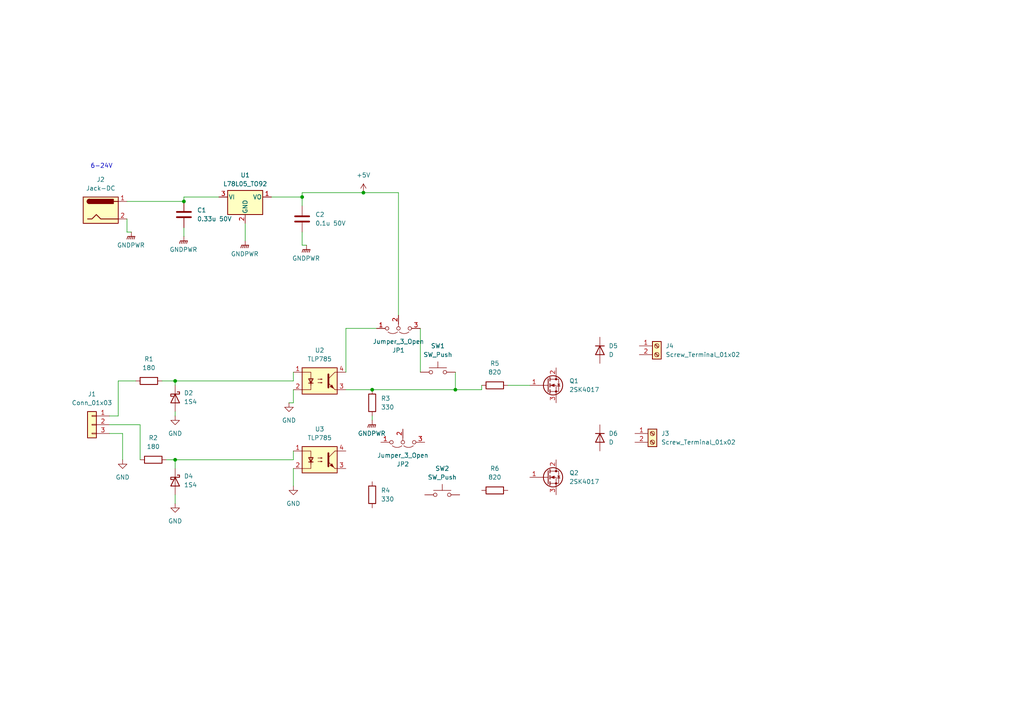
<source format=kicad_sch>
(kicad_sch (version 20250114) (generator "eeschema") (generator_version "9.0")
  (paper "A4")
  (title_block (title "週10で松屋 SOLDR基板") (date "2025-11-04") (rev "1.0"))
  (lib_symbols
    (symbol "Connector:Jack-DC" (pin_names (offset 1.016))
      (property "Reference" "J" (at 0 5.334 0))
      (property "Value" "Jack-DC" (at 0 -5.08 0))
      (symbol "Jack-DC_0_1"
        (rectangle (start -5.08 3.81) (end 5.08 -3.81) (stroke (width 0.254)) (fill (type background)))
        (polyline (pts (xy -3.81 -2.54) (xy -2.54 -2.54) (xy -1.27 -1.27) (xy 0 -2.54) (xy 2.54 -2.54) (xy 5.08 -2.54)) (stroke (width 0.254)))
        (arc (start -3.302 1.905) (mid -3.9343 2.54) (end -3.302 3.175) (stroke (width 0.254)))
        (arc (start -3.302 1.905) (mid -3.9343 2.54) (end -3.302 3.175) (stroke (width 0.254)) (fill (type outline)))
        (rectangle (start 3.683 3.175) (end -3.302 1.905) (stroke (width 0.254)) (fill (type outline)))
        (polyline (pts (xy 5.08 2.54) (xy 3.81 2.54)) (stroke (width 0.254)))
      )
      (symbol "Jack-DC_1_1"
        (pin passive line (at 7.62 2.54 180) (length 2.54) (name "~") (number "1"))
        (pin passive line (at 7.62 -2.54 180) (length 2.54) (name "~") (number "2"))
      )
    )
    (symbol "Connector:Screw_Terminal_01x02" (pin_names (offset 1.016) (hide yes))
      (property "Reference" "J" (at 0 2.54 0))
      (property "Value" "Screw_Terminal_01x02" (at 0 -5.08 0))
      (symbol "Screw_Terminal_01x02_1_1"
        (rectangle (start -1.27 1.27) (end 1.27 -3.81) (stroke (width 0.254)) (fill (type background)))
        (polyline (pts (xy -0.5334 0.3302) (xy 0.3302 -0.508)) (stroke (width 0.1524)))
        (polyline (pts (xy -0.5334 -2.2098) (xy 0.3302 -3.048)) (stroke (width 0.1524)))
        (polyline (pts (xy -0.3556 0.508) (xy 0.508 -0.3302)) (stroke (width 0.1524)))
        (polyline (pts (xy -0.3556 -2.032) (xy 0.508 -2.8702)) (stroke (width 0.1524)))
        (circle (center 0 0) (radius 0.635) (stroke (width 0.1524)))
        (circle (center 0 -2.54) (radius 0.635) (stroke (width 0.1524)))
        (pin passive line (at -5.08 0 0) (length 3.81) (name "Pin_1") (number "1"))
        (pin passive line (at -5.08 -2.54 0) (length 3.81) (name "Pin_2") (number "2"))
      )
    )
    (symbol "Connector_Generic:Conn_01x03" (pin_names (offset 1.016) (hide yes))
      (property "Reference" "J" (at 0 5.08 0))
      (property "Value" "Conn_01x03" (at 0 -5.08 0))
      (symbol "Conn_01x03_1_1"
        (rectangle (start -1.27 3.81) (end 1.27 -3.81) (stroke (width 0.254)) (fill (type background)))
        (rectangle (start -1.27 2.667) (end 0 2.413) (stroke (width 0.1524)))
        (rectangle (start -1.27 0.127) (end 0 -0.127) (stroke (width 0.1524)))
        (rectangle (start -1.27 -2.413) (end 0 -2.667) (stroke (width 0.1524)))
        (pin passive line (at -5.08 2.54 0) (length 3.81) (name "Pin_1") (number "1"))
        (pin passive line (at -5.08 0 0) (length 3.81) (name "Pin_2") (number "2"))
        (pin passive line (at -5.08 -2.54 0) (length 3.81) (name "Pin_3") (number "3"))
      )
    )
    (symbol "Device:C" (pin_numbers (hide yes)) (pin_names (offset 0.254))
      (property "Reference" "C" (at 0.635 2.54 0))
      (property "Value" "C" (at 0.635 -2.54 0))
      (symbol "C_0_1"
        (polyline (pts (xy -2.032 0.762) (xy 2.032 0.762)) (stroke (width 0.508)))
        (polyline (pts (xy -2.032 -0.762) (xy 2.032 -0.762)) (stroke (width 0.508)))
      )
      (symbol "C_1_1"
        (pin passive line (at 0 3.81 270) (length 2.794) (name "~") (number "1"))
        (pin passive line (at 0 -3.81 90) (length 2.794) (name "~") (number "2"))
      )
    )
    (symbol "Device:D" (pin_numbers (hide yes)) (pin_names (offset 1.016) (hide yes))
      (property "Reference" "D" (at 0 2.54 0))
      (property "Value" "D" (at 0 -2.54 0))
      (symbol "D_0_1"
        (polyline (pts (xy -1.27 1.27) (xy -1.27 -1.27)) (stroke (width 0.254)))
        (polyline (pts (xy 1.27 1.27) (xy 1.27 -1.27) (xy -1.27 0) (xy 1.27 1.27)) (stroke (width 0.254)))
        (polyline (pts (xy 1.27 0) (xy -1.27 0)))
      )
      (symbol "D_1_1"
        (pin passive line (at -3.81 0 0) (length 2.54) (name "K") (number "1"))
        (pin passive line (at 3.81 0 180) (length 2.54) (name "A") (number "2"))
      )
    )
    (symbol "Device:D_Schottky" (pin_numbers (hide yes)) (pin_names (offset 1.016) (hide yes))
      (property "Reference" "D" (at 0 2.54 0))
      (property "Value" "D_Schottky" (at 0 -2.54 0))
      (symbol "D_Schottky_0_1"
        (polyline (pts (xy -1.905 0.635) (xy -1.905 1.27) (xy -1.27 1.27) (xy -1.27 -1.27) (xy -0.635 -1.27) (xy -0.635 -0.635)) (stroke (width 0.254)))
        (polyline (pts (xy 1.27 1.27) (xy 1.27 -1.27) (xy -1.27 0) (xy 1.27 1.27)) (stroke (width 0.254)))
        (polyline (pts (xy 1.27 0) (xy -1.27 0)))
      )
      (symbol "D_Schottky_1_1"
        (pin passive line (at -3.81 0 0) (length 2.54) (name "K") (number "1"))
        (pin passive line (at 3.81 0 180) (length 2.54) (name "A") (number "2"))
      )
    )
    (symbol "Device:R" (pin_numbers (hide yes)) (pin_names (offset 0))
      (property "Reference" "R" (at 2.032 0 90))
      (property "Value" "R" (at 0 0 90))
      (symbol "R_0_1"
        (rectangle (start -1.016 -2.54) (end 1.016 2.54) (stroke (width 0.254)))
      )
      (symbol "R_1_1"
        (pin passive line (at 0 3.81 270) (length 1.27) (name "~") (number "1"))
        (pin passive line (at 0 -3.81 90) (length 1.27) (name "~") (number "2"))
      )
    )
    (symbol "Isolator:TLP785" (pin_names (offset 1.016))
      (property "Reference" "U" (at -5.08 5.08 0))
      (property "Value" "TLP785" (at 0 5.08 0))
      (symbol "TLP785_0_1"
        (rectangle (start -5.08 3.81) (end 5.08 -3.81) (stroke (width 0.254)) (fill (type background)))
        (polyline (pts (xy -5.08 2.54) (xy -2.54 2.54) (xy -2.54 -1.27) (xy -2.54 0.635)))
        (polyline (pts (xy -3.175 -0.635) (xy -1.905 -0.635)) (stroke (width 0.254)))
        (polyline (pts (xy -2.54 -0.635) (xy -2.54 -2.54) (xy -5.08 -2.54)))
        (polyline (pts (xy -2.54 -0.635) (xy -3.175 0.635) (xy -1.905 0.635) (xy -2.54 -0.635)) (stroke (width 0.254)))
        (polyline (pts (xy -0.508 0.508) (xy 0.762 0.508) (xy 0.381 0.381) (xy 0.381 0.635) (xy 0.762 0.508)))
        (polyline (pts (xy -0.508 -0.508) (xy 0.762 -0.508) (xy 0.381 -0.635) (xy 0.381 -0.381) (xy 0.762 -0.508)))
        (polyline (pts (xy 2.54 1.905) (xy 2.54 -1.905)) (stroke (width 0.508)))
        (polyline (pts (xy 2.54 0.635) (xy 4.445 2.54)))
        (polyline (pts (xy 3.048 -1.651) (xy 3.556 -1.143) (xy 4.064 -2.159) (xy 3.048 -1.651)) (fill (type outline)))
        (polyline (pts (xy 4.445 2.54) (xy 5.08 2.54)))
        (polyline (pts (xy 4.445 -2.54) (xy 2.54 -0.635)) (fill (type outline)))
        (polyline (pts (xy 4.445 -2.54) (xy 5.08 -2.54)))
      )
      (symbol "TLP785_1_1"
        (pin passive line (at -7.62 2.54 0) (length 2.54) (name "~") (number "1"))
        (pin passive line (at -7.62 -2.54 0) (length 2.54) (name "~") (number "2"))
        (pin passive line (at 7.62 2.54 180) (length 2.54) (name "~") (number "4"))
        (pin passive line (at 7.62 -2.54 180) (length 2.54) (name "~") (number "3"))
      )
    )
    (symbol "Jumper:Jumper_3_Open" (pin_names (offset 0) (hide yes)) (in_bom no)
      (property "Reference" "JP" (at -2.54 -2.54 0))
      (property "Value" "Jumper_3_Open" (at 0 2.794 0))
      (symbol "Jumper_3_Open_0_0"
        (circle (center -3.302 0) (radius 0.508))
        (circle (center 0 0) (radius 0.508))
        (circle (center 3.302 0) (radius 0.508))
      )
      (symbol "Jumper_3_Open_0_1"
        (arc (start -3.048 1.016) (mid -1.651 1.4992) (end -0.254 1.016))
        (polyline (pts (xy 0 -0.508) (xy 0 -1.27)))
        (arc (start 0.254 1.016) (mid 1.651 1.4992) (end 3.048 1.016))
      )
      (symbol "Jumper_3_Open_1_1"
        (pin passive line (at -6.35 0 0) (length 2.54) (name "A") (number "1"))
        (pin passive line (at 0 -3.81 90) (length 2.54) (name "C") (number "2"))
        (pin passive line (at 6.35 0 180) (length 2.54) (name "B") (number "3"))
      )
    )
    (symbol "Regulator_Linear:L78L05_TO92" (pin_names (offset 0.254))
      (property "Reference" "U" (at -3.81 3.175 0))
      (property "Value" "L78L05_TO92" (at 0 3.175 0))
      (symbol "L78L05_TO92_0_1"
        (rectangle (start -5.08 -5.08) (end 5.08 1.905) (stroke (width 0.254)) (fill (type background)))
      )
      (symbol "L78L05_TO92_1_1"
        (pin power_in line (at -7.62 0 0) (length 2.54) (name "VI") (number "3"))
        (pin power_in line (at 0 -7.62 90) (length 2.54) (name "GND") (number "2"))
        (pin power_out line (at 7.62 0 180) (length 2.54) (name "VO") (number "1"))
      )
    )
    (symbol "Switch:SW_Push" (pin_numbers (hide yes)) (pin_names (offset 1.016) (hide yes))
      (property "Reference" "SW" (at 1.27 2.54 0))
      (property "Value" "SW_Push" (at 0 -1.524 0))
      (symbol "SW_Push_0_1"
        (circle (center -2.032 0) (radius 0.508))
        (polyline (pts (xy 0 1.27) (xy 0 3.048)))
        (circle (center 2.032 0) (radius 0.508))
        (polyline (pts (xy 2.54 1.27) (xy -2.54 1.27)))
        (pin passive line (at -5.08 0 0) (length 2.54) (name "1") (number "1"))
        (pin passive line (at 5.08 0 180) (length 2.54) (name "2") (number "2"))
      )
    )
    (symbol "Transistor_FET:Q_NMOS_GDS" (pin_names (offset 0) (hide yes))
      (property "Reference" "Q" (at 5.08 1.905 0))
      (property "Value" "Q_NMOS_GDS" (at 5.08 0 0))
      (symbol "Q_NMOS_GDS_0_1"
        (polyline (pts (xy 0.254 1.905) (xy 0.254 -1.905)) (stroke (width 0.254)))
        (polyline (pts (xy 0.254 0) (xy -2.54 0)))
        (polyline (pts (xy 0.762 2.286) (xy 0.762 1.27)) (stroke (width 0.254)))
        (polyline (pts (xy 0.762 0.508) (xy 0.762 -0.508)) (stroke (width 0.254)))
        (polyline (pts (xy 0.762 -1.27) (xy 0.762 -2.286)) (stroke (width 0.254)))
        (polyline (pts (xy 0.762 -1.778) (xy 3.302 -1.778) (xy 3.302 1.778) (xy 0.762 1.778)))
        (polyline (pts (xy 1.016 0) (xy 2.032 0.381) (xy 2.032 -0.381) (xy 1.016 0)) (fill (type outline)))
        (circle (center 1.651 0) (radius 2.794) (stroke (width 0.254)))
        (polyline (pts (xy 2.54 2.54) (xy 2.54 1.778)))
        (circle (center 2.54 1.778) (radius 0.254) (fill (type outline)))
        (circle (center 2.54 -1.778) (radius 0.254) (fill (type outline)))
        (polyline (pts (xy 2.54 -2.54) (xy 2.54 0) (xy 0.762 0)))
        (polyline (pts (xy 2.921 0.381) (xy 3.683 0.381)))
        (polyline (pts (xy 3.302 0.381) (xy 2.921 -0.254) (xy 3.683 -0.254) (xy 3.302 0.381)))
      )
      (symbol "Q_NMOS_GDS_1_1"
        (pin input line (at -5.08 0 0) (length 2.54) (name "G") (number "1"))
        (pin passive line (at 2.54 5.08 270) (length 2.54) (name "D") (number "2"))
        (pin passive line (at 2.54 -5.08 90) (length 2.54) (name "S") (number "3"))
      )
    )
    (symbol "power:+5V" (power) (pin_numbers (hide yes)) (pin_names (offset 0) (hide yes))
      (property "Value" "+5V" (at 0 3.556 0))
      (symbol "+5V_0_1"
        (polyline (pts (xy -0.762 1.27) (xy 0 2.54)))
        (polyline (pts (xy 0 2.54) (xy 0.762 1.27)))
        (polyline (pts (xy 0 0) (xy 0 2.54)))
      )
      (symbol "+5V_1_1"
        (pin power_in line (at 0 0 90) (length 0) (name "~") (number "1"))
      )
    )
    (symbol "power:GND" (power) (pin_numbers (hide yes)) (pin_names (offset 0) (hide yes))
      (property "Value" "GND" (at 0 -3.81 0))
      (symbol "GND_0_1"
        (polyline (pts (xy 0 0) (xy 0 -1.27) (xy 1.27 -1.27) (xy 0 -2.54) (xy -1.27 -1.27) (xy 0 -1.27)))
      )
      (symbol "GND_1_1"
        (pin power_in line (at 0 0 270) (length 0) (name "~") (number "1"))
      )
    )
    (symbol "power:GNDPWR" (power) (pin_numbers (hide yes)) (pin_names (offset 0) (hide yes))
      (property "Value" "GNDPWR" (at 0 -3.302 0))
      (symbol "GNDPWR_0_1"
        (polyline (pts (xy -1.016 -1.27) (xy -1.27 -2.032) (xy -1.27 -2.032)) (stroke (width 0.2032)))
        (polyline (pts (xy -0.508 -1.27) (xy -0.762 -2.032) (xy -0.762 -2.032)) (stroke (width 0.2032)))
        (polyline (pts (xy 0 -1.27) (xy 0 0)))
        (polyline (pts (xy 0 -1.27) (xy -0.254 -2.032) (xy -0.254 -2.032)) (stroke (width 0.2032)))
        (polyline (pts (xy 0.508 -1.27) (xy 0.254 -2.032) (xy 0.254 -2.032)) (stroke (width 0.2032)))
        (polyline (pts (xy 1.016 -1.27) (xy -1.016 -1.27) (xy -1.016 -1.27)) (stroke (width 0.2032)))
        (polyline (pts (xy 1.016 -1.27) (xy 0.762 -2.032) (xy 0.762 -2.032) (xy 0.762 -2.032)) (stroke (width 0.2032)))
      )
      (symbol "GNDPWR_1_1"
        (pin power_in line (at 0 0 270) (length 0) (name "~") (number "1"))
      )
    )
  )
  (text "6-24V" (at 29.464 48.26 0) (effects (font (size 1.27 1.27))))
  (junction (at 50.8 133.35))
  (junction (at 50.8 110.49))
  (junction (at 53.34 58.42))
  (junction (at 132.08 113.03))
  (junction (at 105.41 55.88))
  (junction (at 107.95 113.03))
  (junction (at 87.63 57.15))
  (wire (pts (xy 85.09 135.89) (xy 85.09 140.97)))
  (wire (pts (xy 87.63 67.31) (xy 87.63 71.12)))
  (wire (pts (xy 36.83 58.42) (xy 53.34 58.42)))
  (wire (pts (xy 36.83 67.31) (xy 38.1 67.31)))
  (wire (pts (xy 107.95 120.65) (xy 107.95 121.92)))
  (wire (pts (xy 100.33 113.03) (xy 107.95 113.03)))
  (wire (pts (xy 50.8 110.49) (xy 85.09 110.49)))
  (wire (pts (xy 50.8 143.51) (xy 50.8 146.05)))
  (wire (pts (xy 115.57 55.88) (xy 105.41 55.88)))
  (wire (pts (xy 34.29 110.49) (xy 39.37 110.49)))
  (wire (pts (xy 132.08 107.95) (xy 132.08 113.03)))
  (wire (pts (xy 107.95 113.03) (xy 132.08 113.03)))
  (wire (pts (xy 36.83 63.5) (xy 36.83 67.31)))
  (wire (pts (xy 87.63 71.12) (xy 88.9 71.12)))
  (wire (pts (xy 34.29 120.65) (xy 34.29 110.49)))
  (wire (pts (xy 139.7 113.03) (xy 139.7 111.76)))
  (wire (pts (xy 46.99 110.49) (xy 50.8 110.49)))
  (wire (pts (xy 35.56 125.73) (xy 35.56 133.35)))
  (wire (pts (xy 147.32 111.76) (xy 153.67 111.76)))
  (wire (pts (xy 132.08 113.03) (xy 139.7 113.03)))
  (wire (pts (xy 85.09 113.03) (xy 85.09 116.84)))
  (wire (pts (xy 105.41 55.88) (xy 87.63 55.88)))
  (wire (pts (xy 71.12 64.77) (xy 71.12 69.85)))
  (wire (pts (xy 40.64 123.19) (xy 40.64 133.35)))
  (wire (pts (xy 109.22 95.25) (xy 100.33 95.25)))
  (wire (pts (xy 50.8 110.49) (xy 50.8 111.76)))
  (wire (pts (xy 100.33 95.25) (xy 100.33 107.95)))
  (wire (pts (xy 85.09 110.49) (xy 85.09 107.95)))
  (wire (pts (xy 53.34 66.04) (xy 53.34 68.58)))
  (wire (pts (xy 50.8 133.35) (xy 85.09 133.35)))
  (wire (pts (xy 31.75 125.73) (xy 35.56 125.73)))
  (wire (pts (xy 115.57 91.44) (xy 115.57 55.88)))
  (wire (pts (xy 63.5 57.15) (xy 53.34 57.15)))
  (wire (pts (xy 121.92 95.25) (xy 121.92 107.95)))
  (wire (pts (xy 31.75 120.65) (xy 34.29 120.65)))
  (wire (pts (xy 50.8 119.38) (xy 50.8 120.65)))
  (wire (pts (xy 50.8 133.35) (xy 50.8 135.89)))
  (wire (pts (xy 53.34 57.15) (xy 53.34 58.42)))
  (wire (pts (xy 48.26 133.35) (xy 50.8 133.35)))
  (wire (pts (xy 85.09 133.35) (xy 85.09 130.81)))
  (wire (pts (xy 87.63 57.15) (xy 87.63 59.69)))
  (wire (pts (xy 87.63 55.88) (xy 87.63 57.15)))
  (wire (pts (xy 85.09 116.84) (xy 83.82 116.84)))
  (wire (pts (xy 78.74 57.15) (xy 87.63 57.15)))
  (wire (pts (xy 31.75 123.19) (xy 40.64 123.19)))
  (symbol (lib_id "power:GNDPWR") (at 88.9 71.12 0) (unit 1)
    (property "Reference" "#PWR09" (effects (hide yes)))
    (property "Value" "GNDPWR" (at 88.773 74.93 0))
    (property "Description" "Power symbol creates a global label with name \"GNDPWR\" , global ground" (effects (hide yes)))
  )
  (symbol (lib_id "power:GNDPWR") (at 38.1 67.31 0) (unit 1)
    (property "Reference" "#PWR08" (effects (hide yes)))
    (property "Value" "GNDPWR" (at 37.973 71.12 0))
    (property "Description" "Power symbol creates a global label with name \"GNDPWR\" , global ground" (effects (hide yes)))
  )
  (symbol (lib_id "Device:D") (at 173.99 101.6 270) (unit 1)
    (property "Reference" "D5" (at 176.53 100.3299 90) (effects (justify left)))
    (property "Value" "D" (at 176.53 102.8699 90) (effects (justify left)))
    (property "Description" "Diode" (effects (hide yes)))
    (property "Sim.Device" "D" (effects (hide yes)))
    (property "Sim.Pins" "1=K 2=A" (effects (hide yes)))
  )
  (symbol (lib_id "Connector:Jack-DC") (at 29.21 60.96 0) (unit 1)
    (property "Reference" "J2" (at 29.21 52.07 0))
    (property "Value" "Jack-DC" (at 29.21 54.61 0))
    (property "Description" "DC Barrel Jack" (effects (hide yes)))
  )
  (symbol (lib_id "Device:D_Schottky") (at 50.8 139.7 270) (unit 1)
    (property "Reference" "D4" (at 53.34 138.1124 90) (effects (justify left)))
    (property "Value" "1S4" (at 53.34 140.6524 90) (effects (justify left)))
    (property "Description" "Schottky diode" (effects (hide yes)))
  )
  (symbol (lib_id "power:GND") (at 83.82 116.84 0) (unit 1)
    (property "Reference" "#PWR03" (effects (hide yes)))
    (property "Value" "GND" (at 83.82 121.92 0))
    (property "Description" "Power symbol creates a global label with name \"GND\" , ground" (effects (hide yes)))
  )
  (symbol (lib_id "Device:C") (at 53.34 62.23 0) (unit 1)
    (property "Reference" "C1" (at 57.15 60.9599 0) (effects (justify left)))
    (property "Value" "0.33u 50V" (at 57.15 63.4999 0) (effects (justify left)))
    (property "Description" "Unpolarized capacitor" (effects (hide yes)))
  )
  (symbol (lib_id "Regulator_Linear:L78L05_TO92") (at 71.12 57.15 0) (unit 1)
    (property "Reference" "U1" (at 71.12 50.8 0))
    (property "Value" "L78L05_TO92" (at 71.12 53.34 0))
    (property "Footprint" "Package_TO_SOT_THT:TO-92_Inline" (effects (hide yes)))
    (property "Datasheet" "http://www.st.com/content/ccc/resource/technical/document/datasheet/15/55/e5/aa/23/5b/43/fd/CD00000446.pdf/files/CD00000446.pdf/jcr:content/translations/en.CD00000446.pdf" (effects (hide yes)))
    (property "Description" "Positive 100mA 30V Linear Regulator, Fixed Output 5V, TO-92" (effects (hide yes)))
  )
  (symbol (lib_id "Device:R") (at 43.18 110.49 90) (unit 1)
    (property "Reference" "R1" (at 43.18 104.14 90))
    (property "Value" "180" (at 43.18 106.68 90))
    (property "Description" "Resistor" (effects (hide yes)))
  )
  (symbol (lib_id "power:GND") (at 50.8 120.65 0) (unit 1)
    (property "Reference" "#PWR01" (effects (hide yes)))
    (property "Value" "GND" (at 50.8 125.73 0))
    (property "Description" "Power symbol creates a global label with name \"GND\" , ground" (effects (hide yes)))
  )
  (symbol (lib_id "Device:D") (at 173.99 127 270) (unit 1)
    (property "Reference" "D6" (at 176.53 125.7299 90) (effects (justify left)))
    (property "Value" "D" (at 176.53 128.2699 90) (effects (justify left)))
    (property "Description" "Diode" (effects (hide yes)))
    (property "Sim.Device" "D" (effects (hide yes)))
    (property "Sim.Pins" "1=K 2=A" (effects (hide yes)))
  )
  (symbol (lib_id "Device:C") (at 87.63 63.5 0) (unit 1)
    (property "Reference" "C2" (at 91.44 62.2299 0) (effects (justify left)))
    (property "Value" "0.1u 50V" (at 91.44 64.7699 0) (effects (justify left)))
    (property "Description" "Unpolarized capacitor" (effects (hide yes)))
  )
  (symbol (lib_id "Switch:SW_Push") (at 127 107.95 0) (unit 1)
    (property "Reference" "SW1" (at 127 100.33 0))
    (property "Value" "SW_Push" (at 127 102.87 0))
    (property "Description" "Push button switch, generic, two pins" (effects (hide yes)))
  )
  (symbol (lib_id "power:+5V") (at 105.41 55.88 0) (unit 1)
    (property "Reference" "#PWR06" (effects (hide yes)))
    (property "Value" "+5V" (at 105.41 50.8 0))
    (property "Description" "Power symbol creates a global label with name \"+5V\"" (effects (hide yes)))
  )
  (symbol (lib_id "Device:R") (at 107.95 143.51 0) (unit 1)
    (property "Reference" "R4" (at 110.49 142.2399 0) (effects (justify left)))
    (property "Value" "330" (at 110.49 144.7799 0) (effects (justify left)))
    (property "Description" "Resistor" (effects (hide yes)))
  )
  (symbol (lib_id "power:GND") (at 85.09 140.97 0) (unit 1)
    (property "Reference" "#PWR04" (effects (hide yes)))
    (property "Value" "GND" (at 85.09 146.05 0))
    (property "Description" "Power symbol creates a global label with name \"GND\" , ground" (effects (hide yes)))
  )
  (symbol (lib_id "power:GND") (at 50.8 146.05 0) (unit 1)
    (property "Reference" "#PWR02" (effects (hide yes)))
    (property "Value" "GND" (at 50.8 151.13 0))
    (property "Description" "Power symbol creates a global label with name \"GND\" , ground" (effects (hide yes)))
  )
  (symbol (lib_id "power:GNDPWR") (at 107.95 121.92 0) (unit 1)
    (property "Reference" "#PWR011" (effects (hide yes)))
    (property "Value" "GNDPWR" (at 107.823 125.73 0))
    (property "Description" "Power symbol creates a global label with name \"GNDPWR\" , global ground" (effects (hide yes)))
  )
  (symbol (lib_id "Switch:SW_Push") (at 128.27 143.51 0) (unit 1)
    (property "Reference" "SW2" (at 128.27 135.89 0))
    (property "Value" "SW_Push" (at 128.27 138.43 0))
    (property "Description" "Push button switch, generic, two pins" (effects (hide yes)))
  )
  (symbol (lib_id "power:GNDPWR") (at 71.12 69.85 0) (unit 1)
    (property "Reference" "#PWR010" (effects (hide yes)))
    (property "Value" "GNDPWR" (at 70.993 73.66 0))
    (property "Description" "Power symbol creates a global label with name \"GNDPWR\" , global ground" (effects (hide yes)))
  )
  (symbol (lib_id "Connector:Screw_Terminal_01x02") (at 189.23 125.73 0) (unit 1)
    (property "Reference" "J3" (at 191.77 125.7299 0) (effects (justify left)))
    (property "Value" "Screw_Terminal_01x02" (at 191.77 128.2699 0) (effects (justify left)))
    (property "Description" "Generic screw terminal, single row, 01x02, script generated (kicad-library-utils/schlib/autogen/connector/)" (effects (hide yes)))
  )
  (symbol (lib_id "Device:R") (at 44.45 133.35 90) (unit 1)
    (property "Reference" "R2" (at 44.45 127 90))
    (property "Value" "180" (at 44.45 129.54 90))
    (property "Description" "Resistor" (effects (hide yes)))
  )
  (symbol (lib_id "Isolator:TLP785") (at 92.71 110.49 0) (unit 1)
    (property "Reference" "U2" (at 92.71 101.6 0))
    (property "Value" "TLP785" (at 92.71 104.14 0))
    (property "Footprint" "Package_DIP:DIP-4_W7.62mm" (effects (hide yes)))
    (property "Datasheet" "https://toshiba.semicon-storage.com/info/docget.jsp?did=10569&prodName=TLP785" (effects (hide yes)))
    (property "Description" "DC Optocoupler, Vce 80V, CTR 50-200%, DIP4" (effects (hide yes)))
  )
  (symbol (lib_id "Device:R") (at 143.51 111.76 90) (unit 1)
    (property "Reference" "R5" (at 143.51 105.41 90))
    (property "Value" "820" (at 143.51 107.95 90))
    (property "Description" "Resistor" (effects (hide yes)))
  )
  (symbol (lib_id "Connector_Generic:Conn_01x03") (at 26.67 123.19 0) (mirror y) (unit 1)
    (property "Reference" "J1" (at 26.67 114.3 0))
    (property "Value" "Conn_01x03" (at 26.67 116.84 0))
    (property "Description" "Generic connector, single row, 01x03, script generated (kicad-library-utils/schlib/autogen/connector/)" (effects (hide yes)))
  )
  (symbol (lib_id "Device:R") (at 107.95 116.84 0) (unit 1)
    (property "Reference" "R3" (at 110.49 115.5699 0) (effects (justify left)))
    (property "Value" "330" (at 110.49 118.1099 0) (effects (justify left)))
    (property "Description" "Resistor" (effects (hide yes)))
  )
  (symbol (lib_id "Jumper:Jumper_3_Open") (at 115.57 95.25 0) (mirror x) (unit 1) (in_bom no)
    (property "Reference" "JP1" (at 115.57 101.6 0))
    (property "Value" "Jumper_3_Open" (at 115.57 99.06 0))
    (property "Description" "Jumper, 3-pole, both open" (effects (hide yes)))
  )
  (symbol (lib_id "Jumper:Jumper_3_Open") (at 116.84 128.27 0) (mirror x) (unit 1) (in_bom no)
    (property "Reference" "JP2" (at 116.84 134.62 0))
    (property "Value" "Jumper_3_Open" (at 116.84 132.08 0))
    (property "Description" "Jumper, 3-pole, both open" (effects (hide yes)))
  )
  (symbol (lib_id "Connector:Screw_Terminal_01x02") (at 190.5 100.33 0) (unit 1)
    (property "Reference" "J4" (at 193.04 100.3299 0) (effects (justify left)))
    (property "Value" "Screw_Terminal_01x02" (at 193.04 102.8699 0) (effects (justify left)))
    (property "Description" "Generic screw terminal, single row, 01x02, script generated (kicad-library-utils/schlib/autogen/connector/)" (effects (hide yes)))
  )
  (symbol (lib_id "Transistor_FET:Q_NMOS_GDS") (at 158.75 111.76 0) (unit 1)
    (property "Reference" "Q1" (at 165.1 110.4899 0) (effects (justify left)))
    (property "Value" "2SK4017" (at 165.1 113.0299 0) (effects (justify left)))
    (property "Description" "N-MOSFET transistor, gate/drain/source" (effects (hide yes)))
  )
  (symbol (lib_id "Isolator:TLP785") (at 92.71 133.35 0) (unit 1)
    (property "Reference" "U3" (at 92.71 124.46 0))
    (property "Value" "TLP785" (at 92.71 127 0))
    (property "Footprint" "Package_DIP:DIP-4_W7.62mm" (effects (hide yes)))
    (property "Datasheet" "https://toshiba.semicon-storage.com/info/docget.jsp?did=10569&prodName=TLP785" (effects (hide yes)))
    (property "Description" "DC Optocoupler, Vce 80V, CTR 50-200%, DIP4" (effects (hide yes)))
  )
  (symbol (lib_id "Transistor_FET:Q_NMOS_GDS") (at 158.75 138.43 0) (unit 1)
    (property "Reference" "Q2" (at 165.1 137.1599 0) (effects (justify left)))
    (property "Value" "2SK4017" (at 165.1 139.6999 0) (effects (justify left)))
    (property "Description" "N-MOSFET transistor, gate/drain/source" (effects (hide yes)))
  )
  (symbol (lib_id "Device:R") (at 143.51 142.24 90) (unit 1)
    (property "Reference" "R6" (at 143.51 135.89 90))
    (property "Value" "820" (at 143.51 138.43 90))
    (property "Description" "Resistor" (effects (hide yes)))
  )
  (symbol (lib_id "power:GNDPWR") (at 53.34 68.58 0) (unit 1)
    (property "Reference" "#PWR07" (effects (hide yes)))
    (property "Value" "GNDPWR" (at 53.213 72.39 0))
    (property "Description" "Power symbol creates a global label with name \"GNDPWR\" , global ground" (effects (hide yes)))
  )
  (symbol (lib_id "Device:D_Schottky") (at 50.8 115.57 270) (unit 1)
    (property "Reference" "D2" (at 53.34 113.9824 90) (effects (justify left)))
    (property "Value" "1S4" (at 53.34 116.5224 90) (effects (justify left)))
    (property "Description" "Schottky diode" (effects (hide yes)))
  )
  (symbol (lib_id "power:GND") (at 35.56 133.35 0) (unit 1)
    (property "Reference" "#PWR05" (effects (hide yes)))
    (property "Value" "GND" (at 35.56 138.43 0))
    (property "Description" "Power symbol creates a global label with name \"GND\" , ground" (effects (hide yes)))
  )
)
</source>
